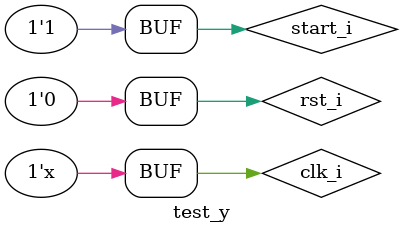
<source format=v>
module test_y();
reg clk_i, rst_i, start_i;
reg [7:0] a_bi, b_bi;
wire busy_o;
wire [15:0] res;

y_function func(clk_i, rst_i, a_bi, b_bi, start_i, busy_o, res);

initial begin
    clk_i = 1; 
    start_i = 1; 
    rst_i = 1;
    #5
    rst_i = 0;
    a_bi = 8'h3;
    b_bi = 8'd121;
    #120
    if (!busy_o && res != 0) begin
        a_bi = 8'd4;
        b_bi = 8'd49; 
    end
    
     
end

always #5 clk_i = ~clk_i;
    
endmodule

</source>
